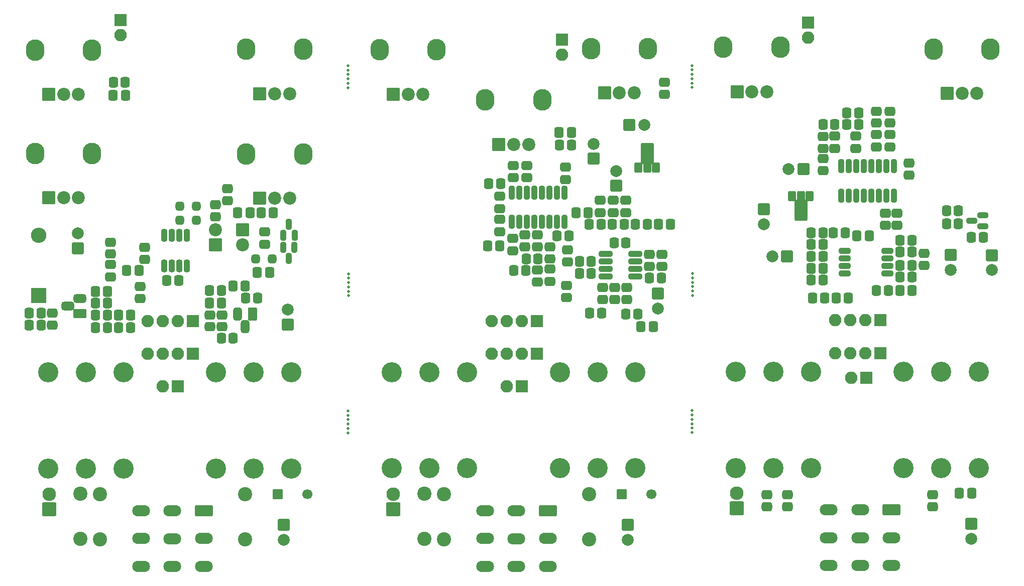
<source format=gbr>
%TF.GenerationSoftware,KiCad,Pcbnew,7.0.2-6a45011f42~172~ubuntu22.04.1*%
%TF.CreationDate,2023-05-30T10:36:55+01:00*%
%TF.ProjectId,panel-rbt-lac-gb-smd-1,70616e65-6c2d-4726-9274-2d6c61632d67,rev?*%
%TF.SameCoordinates,Original*%
%TF.FileFunction,Soldermask,Top*%
%TF.FilePolarity,Negative*%
%FSLAX46Y46*%
G04 Gerber Fmt 4.6, Leading zero omitted, Abs format (unit mm)*
G04 Created by KiCad (PCBNEW 7.0.2-6a45011f42~172~ubuntu22.04.1) date 2023-05-30 10:36:55*
%MOMM*%
%LPD*%
G01*
G04 APERTURE LIST*
G04 Aperture macros list*
%AMRoundRect*
0 Rectangle with rounded corners*
0 $1 Rounding radius*
0 $2 $3 $4 $5 $6 $7 $8 $9 X,Y pos of 4 corners*
0 Add a 4 corners polygon primitive as box body*
4,1,4,$2,$3,$4,$5,$6,$7,$8,$9,$2,$3,0*
0 Add four circle primitives for the rounded corners*
1,1,$1+$1,$2,$3*
1,1,$1+$1,$4,$5*
1,1,$1+$1,$6,$7*
1,1,$1+$1,$8,$9*
0 Add four rect primitives between the rounded corners*
20,1,$1+$1,$2,$3,$4,$5,0*
20,1,$1+$1,$4,$5,$6,$7,0*
20,1,$1+$1,$6,$7,$8,$9,0*
20,1,$1+$1,$8,$9,$2,$3,0*%
%AMFreePoly0*
4,1,33,3.949277,1.046694,4.018866,0.991198,4.057486,0.911004,4.062500,0.866500,4.062500,-0.866500,4.042694,-0.953277,3.987198,-1.022866,3.907004,-1.061486,3.862500,-1.066500,0.737500,-1.066500,0.650723,-1.046694,0.581134,-0.991198,0.542514,-0.911004,0.537500,-0.866500,0.537500,-0.650000,-0.737500,-0.650000,-0.824277,-0.630194,-0.893866,-0.574698,-0.932486,-0.494504,-0.937500,-0.450000,
-0.937500,0.450000,-0.917694,0.536777,-0.862198,0.606366,-0.782004,0.644986,-0.737500,0.650000,0.537500,0.650000,0.537500,0.866500,0.557306,0.953277,0.612802,1.022866,0.692996,1.061486,0.737500,1.066500,3.862500,1.066500,3.949277,1.046694,3.949277,1.046694,$1*%
G04 Aperture macros list end*
%ADD10C,0.500000*%
%ADD11RoundRect,0.200000X1.300000X0.750000X-1.300000X0.750000X-1.300000X-0.750000X1.300000X-0.750000X0*%
%ADD12O,3.000000X1.900000*%
%ADD13C,3.400000*%
%ADD14RoundRect,0.200000X-0.850000X-0.850000X0.850000X-0.850000X0.850000X0.850000X-0.850000X0.850000X0*%
%ADD15O,2.100000X2.100000*%
%ADD16RoundRect,0.200000X-0.850000X0.850000X-0.850000X-0.850000X0.850000X-0.850000X0.850000X0.850000X0*%
%ADD17RoundRect,0.200000X-0.800000X0.800000X-0.800000X-0.800000X0.800000X-0.800000X0.800000X0.800000X0*%
%ADD18C,2.000000*%
%ADD19RoundRect,0.200000X1.000000X0.950000X-1.000000X0.950000X-1.000000X-0.950000X1.000000X-0.950000X0*%
%ADD20C,2.300000*%
%ADD21C,2.398980*%
%ADD22RoundRect,0.200000X-0.650000X-0.650000X0.650000X-0.650000X0.650000X0.650000X-0.650000X0.650000X0*%
%ADD23C,1.700000*%
%ADD24RoundRect,0.450000X-0.350000X-0.450000X0.350000X-0.450000X0.350000X0.450000X-0.350000X0.450000X0*%
%ADD25RoundRect,0.200000X0.900000X-0.900000X0.900000X0.900000X-0.900000X0.900000X-0.900000X-0.900000X0*%
%ADD26C,2.200000*%
%ADD27RoundRect,0.450000X0.350000X0.450000X-0.350000X0.450000X-0.350000X-0.450000X0.350000X-0.450000X0*%
%ADD28RoundRect,0.200000X-0.900000X0.900000X-0.900000X-0.900000X0.900000X-0.900000X0.900000X0.900000X0*%
%ADD29RoundRect,0.450000X-0.450000X0.350000X-0.450000X-0.350000X0.450000X-0.350000X0.450000X0.350000X0*%
%ADD30RoundRect,0.450000X-0.337500X-0.475000X0.337500X-0.475000X0.337500X0.475000X-0.337500X0.475000X0*%
%ADD31RoundRect,0.350000X-0.150000X0.725000X-0.150000X-0.725000X0.150000X-0.725000X0.150000X0.725000X0*%
%ADD32RoundRect,0.450000X-0.300000X-0.300000X0.300000X-0.300000X0.300000X0.300000X-0.300000X0.300000X0*%
%ADD33RoundRect,0.450000X0.337500X0.475000X-0.337500X0.475000X-0.337500X-0.475000X0.337500X-0.475000X0*%
%ADD34RoundRect,0.450000X0.300000X0.300000X-0.300000X0.300000X-0.300000X-0.300000X0.300000X-0.300000X0*%
%ADD35O,3.120000X3.640000*%
%ADD36RoundRect,0.200000X0.900000X0.900000X-0.900000X0.900000X-0.900000X-0.900000X0.900000X-0.900000X0*%
%ADD37RoundRect,0.200000X0.800000X-0.800000X0.800000X0.800000X-0.800000X0.800000X-0.800000X-0.800000X0*%
%ADD38RoundRect,0.450000X0.450000X-0.350000X0.450000X0.350000X-0.450000X0.350000X-0.450000X-0.350000X0*%
%ADD39RoundRect,0.200000X0.550000X0.900000X-0.550000X0.900000X-0.550000X-0.900000X0.550000X-0.900000X0*%
%ADD40RoundRect,0.475000X0.275000X0.625000X-0.275000X0.625000X-0.275000X-0.625000X0.275000X-0.625000X0*%
%ADD41RoundRect,0.450000X0.475000X-0.337500X0.475000X0.337500X-0.475000X0.337500X-0.475000X-0.337500X0*%
%ADD42RoundRect,0.200000X0.900000X-0.550000X0.900000X0.550000X-0.900000X0.550000X-0.900000X-0.550000X0*%
%ADD43RoundRect,0.475000X0.625000X-0.275000X0.625000X0.275000X-0.625000X0.275000X-0.625000X-0.275000X0*%
%ADD44RoundRect,0.350000X0.150000X-0.587500X0.150000X0.587500X-0.150000X0.587500X-0.150000X-0.587500X0*%
%ADD45RoundRect,0.350000X-0.150000X0.587500X-0.150000X-0.587500X0.150000X-0.587500X0.150000X0.587500X0*%
%ADD46RoundRect,0.200000X1.100000X-1.100000X1.100000X1.100000X-1.100000X1.100000X-1.100000X-1.100000X0*%
%ADD47O,2.600000X2.600000*%
%ADD48RoundRect,0.450000X-0.475000X0.337500X-0.475000X-0.337500X0.475000X-0.337500X0.475000X0.337500X0*%
%ADD49RoundRect,0.200000X-0.800000X-0.800000X0.800000X-0.800000X0.800000X0.800000X-0.800000X0.800000X0*%
%ADD50RoundRect,0.200000X0.450000X-0.650000X0.450000X0.650000X-0.450000X0.650000X-0.450000X-0.650000X0*%
%ADD51FreePoly0,90.000000*%
%ADD52RoundRect,0.350000X-0.825000X-0.150000X0.825000X-0.150000X0.825000X0.150000X-0.825000X0.150000X0*%
%ADD53RoundRect,0.350000X-0.150000X0.825000X-0.150000X-0.825000X0.150000X-0.825000X0.150000X0.825000X0*%
%ADD54RoundRect,0.200000X0.800000X0.800000X-0.800000X0.800000X-0.800000X-0.800000X0.800000X-0.800000X0*%
%ADD55RoundRect,0.350000X0.587500X0.150000X-0.587500X0.150000X-0.587500X-0.150000X0.587500X-0.150000X0*%
%ADD56RoundRect,0.350000X0.150000X-0.825000X0.150000X0.825000X-0.150000X0.825000X-0.150000X-0.825000X0*%
%ADD57RoundRect,0.200000X-0.450000X0.650000X-0.450000X-0.650000X0.450000X-0.650000X0.450000X0.650000X0*%
%ADD58FreePoly0,270.000000*%
%ADD59RoundRect,0.350000X0.650000X0.150000X-0.650000X0.150000X-0.650000X-0.150000X0.650000X-0.150000X0*%
G04 APERTURE END LIST*
D10*
%TO.C,REF\u002A\u002A*%
X172990000Y-109480000D03*
X172990000Y-110220000D03*
X172990000Y-110960000D03*
X172990000Y-111700000D03*
X172990000Y-112440000D03*
X172990000Y-113180000D03*
%TD*%
%TO.C,REF\u002A\u002A*%
X172935000Y-78090000D03*
X172935000Y-77350000D03*
X172935000Y-76610000D03*
X172935000Y-75870000D03*
X172935000Y-75130000D03*
X172935000Y-74390000D03*
%TD*%
%TO.C,REF\u002A\u002A*%
X172940000Y-132620000D03*
X172940000Y-133360000D03*
X172940000Y-134100000D03*
X172940000Y-134840000D03*
X172940000Y-135580000D03*
X172940000Y-136320000D03*
%TD*%
%TO.C,REF\u002A\u002A*%
X114950000Y-74400000D03*
X114950000Y-75140000D03*
X114950000Y-75880000D03*
X114950000Y-76620000D03*
X114950000Y-77360000D03*
X114950000Y-78100000D03*
%TD*%
%TO.C,REF\u002A\u002A*%
X114950000Y-132650000D03*
X114950000Y-133390000D03*
X114950000Y-134130000D03*
X114950000Y-134870000D03*
X114950000Y-135610000D03*
X114950000Y-136350000D03*
%TD*%
%TO.C,REF\u002A\u002A*%
X115000000Y-112470000D03*
X115000000Y-109510000D03*
X115000000Y-111730000D03*
X115000000Y-110990000D03*
X115000000Y-113210000D03*
X115000000Y-110250000D03*
%TD*%
D11*
%TO.C,SW1*%
X90590000Y-149505000D03*
D12*
X85290000Y-149505000D03*
X79990000Y-149505000D03*
X90590000Y-154205000D03*
X85290000Y-154230000D03*
X79990000Y-154205000D03*
X90590000Y-158905000D03*
X85290000Y-158905000D03*
X79990000Y-158905000D03*
%TD*%
D13*
%TO.C,J3*%
X70700000Y-142410000D03*
X70700000Y-126180000D03*
X64350000Y-142410000D03*
X64350000Y-126180000D03*
X77050000Y-142410000D03*
X77050000Y-126180000D03*
%TD*%
D14*
%TO.C,J1*%
X76550000Y-66680000D03*
D15*
X76550000Y-69220000D03*
%TD*%
D16*
%TO.C,JOVGI1*%
X88740000Y-123030000D03*
D15*
X86200000Y-123030000D03*
X83660000Y-123030000D03*
X81120000Y-123030000D03*
%TD*%
D16*
%TO.C,JOVGI2*%
X88740000Y-117480000D03*
D15*
X86200000Y-117480000D03*
X83660000Y-117480000D03*
X81120000Y-117480000D03*
%TD*%
D17*
%TO.C,C2*%
X104040000Y-151880000D03*
D18*
X104040000Y-154380000D03*
%TD*%
D19*
%TO.C,D1*%
X64540000Y-149220000D03*
D20*
X64540000Y-146680000D03*
%TD*%
D21*
%TO.C,R1*%
X97540000Y-146680000D03*
X97540000Y-154300000D03*
%TD*%
%TO.C,R2*%
X69800000Y-154280000D03*
X69800000Y-146660000D03*
%TD*%
%TO.C,R3*%
X73050000Y-146680000D03*
X73050000Y-154300000D03*
%TD*%
D22*
%TO.C,C1*%
X103090000Y-146680000D03*
D23*
X108090000Y-146680000D03*
%TD*%
D16*
%TO.C,J4*%
X86180000Y-128490000D03*
D15*
X83640000Y-128490000D03*
%TD*%
D13*
%TO.C,J2*%
X98965000Y-126180000D03*
X98965000Y-142410000D03*
X105315000Y-126180000D03*
X105315000Y-142410000D03*
X92615000Y-126180000D03*
X92615000Y-142410000D03*
%TD*%
D24*
%TO.C,R14*%
X84350000Y-110680000D03*
X86350000Y-110680000D03*
%TD*%
D25*
%TO.C,D6*%
X92550000Y-104655000D03*
D26*
X92550000Y-102115000D03*
%TD*%
D27*
%TO.C,R19*%
X74350000Y-118580000D03*
X72350000Y-118580000D03*
%TD*%
D28*
%TO.C,D3*%
X97150000Y-102105000D03*
D26*
X97150000Y-104645000D03*
%TD*%
D29*
%TO.C,R12*%
X79850000Y-111680000D03*
X79850000Y-113680000D03*
%TD*%
D30*
%TO.C,C8*%
X77612500Y-108980000D03*
X79687500Y-108980000D03*
%TD*%
D24*
%TO.C,R22*%
X76250000Y-118580000D03*
X78250000Y-118580000D03*
%TD*%
D31*
%TO.C,U1*%
X87755000Y-103005000D03*
X86485000Y-103005000D03*
X85215000Y-103005000D03*
X83945000Y-103005000D03*
X83945000Y-108155000D03*
X85215000Y-108155000D03*
X86485000Y-108155000D03*
X87755000Y-108155000D03*
%TD*%
D29*
%TO.C,R20*%
X65050000Y-116180000D03*
X65050000Y-118180000D03*
%TD*%
D32*
%TO.C,D5*%
X86550000Y-100480000D03*
X89350000Y-100480000D03*
%TD*%
D33*
%TO.C,C4*%
X97587500Y-111580000D03*
X95512500Y-111580000D03*
%TD*%
D34*
%TO.C,D4*%
X89350000Y-98080000D03*
X86550000Y-98080000D03*
%TD*%
D35*
%TO.C,LOW1*%
X97750000Y-89305000D03*
X107350000Y-89305000D03*
D36*
X100050000Y-96805000D03*
D26*
X102550000Y-96805000D03*
X105050000Y-96805000D03*
%TD*%
D35*
%TO.C,TONE1*%
X62150000Y-71780000D03*
X71750000Y-71780000D03*
D36*
X64450000Y-79280000D03*
D26*
X66950000Y-79280000D03*
X69450000Y-79280000D03*
%TD*%
D37*
%TO.C,C13*%
X69350000Y-105232651D03*
D18*
X69350000Y-102732651D03*
%TD*%
D33*
%TO.C,C6*%
X98387500Y-99180000D03*
X96312500Y-99180000D03*
%TD*%
D27*
%TO.C,R7*%
X99650000Y-113580000D03*
X97650000Y-113580000D03*
%TD*%
D30*
%TO.C,C3*%
X91512500Y-114480000D03*
X93587500Y-114480000D03*
%TD*%
D29*
%TO.C,R11*%
X80650000Y-105080000D03*
X80650000Y-107080000D03*
%TD*%
D35*
%TO.C,DRIVE1*%
X97750000Y-71615000D03*
X107350000Y-71615000D03*
D36*
X100050000Y-79115000D03*
D26*
X102550000Y-79115000D03*
X105050000Y-79115000D03*
%TD*%
D24*
%TO.C,R13*%
X75350000Y-77180000D03*
X77350000Y-77180000D03*
%TD*%
D33*
%TO.C,C12*%
X101687500Y-109280000D03*
X99612500Y-109280000D03*
%TD*%
D38*
%TO.C,R5*%
X93650000Y-118480000D03*
X93650000Y-116480000D03*
%TD*%
D33*
%TO.C,C9*%
X77387500Y-79380000D03*
X75312500Y-79380000D03*
%TD*%
D27*
%TO.C,R9*%
X93550000Y-112380000D03*
X91550000Y-112380000D03*
%TD*%
D39*
%TO.C,Q1*%
X98800000Y-116330000D03*
D40*
X97530000Y-118400000D03*
X96260000Y-116330000D03*
%TD*%
D24*
%TO.C,R6*%
X93550000Y-120380000D03*
X95550000Y-120380000D03*
%TD*%
%TO.C,R16*%
X61150000Y-116180000D03*
X63150000Y-116180000D03*
%TD*%
D37*
%TO.C,C10*%
X104750000Y-118080000D03*
D18*
X104750000Y-115580000D03*
%TD*%
D24*
%TO.C,R18*%
X72350000Y-114480000D03*
X74350000Y-114480000D03*
%TD*%
D41*
%TO.C,C11*%
X74850000Y-110017500D03*
X74850000Y-107942500D03*
%TD*%
D33*
%TO.C,C14*%
X74387500Y-112480000D03*
X72312500Y-112480000D03*
%TD*%
D30*
%TO.C,C5*%
X100250000Y-99180000D03*
X102325000Y-99180000D03*
%TD*%
D24*
%TO.C,R21*%
X72350000Y-116480000D03*
X74350000Y-116480000D03*
%TD*%
D42*
%TO.C,Q4*%
X69720000Y-116250000D03*
D43*
X67650000Y-114980000D03*
X69720000Y-113710000D03*
%TD*%
D44*
%TO.C,Q5*%
X104000000Y-103017500D03*
X105900000Y-103017500D03*
X104950000Y-101142500D03*
%TD*%
D38*
%TO.C,R8*%
X94550000Y-97180000D03*
X94550000Y-95180000D03*
%TD*%
D35*
%TO.C,VOL1*%
X62150000Y-89205000D03*
X71750000Y-89205000D03*
D36*
X64450000Y-96705000D03*
D26*
X66950000Y-96705000D03*
X69450000Y-96705000D03*
%TD*%
D29*
%TO.C,R10*%
X92550000Y-97880000D03*
X92550000Y-99880000D03*
%TD*%
D41*
%TO.C,C7*%
X100850000Y-104517500D03*
X100850000Y-102442500D03*
%TD*%
D30*
%TO.C,C15*%
X76212500Y-116480000D03*
X78287500Y-116480000D03*
%TD*%
D45*
%TO.C,Q2*%
X105850000Y-105080000D03*
X103950000Y-105080000D03*
X104900000Y-106955000D03*
%TD*%
D38*
%TO.C,R17*%
X74850000Y-106180000D03*
X74850000Y-104180000D03*
%TD*%
D34*
%TO.C,D2*%
X102150000Y-106980000D03*
X99350000Y-106980000D03*
%TD*%
D24*
%TO.C,R15*%
X61150000Y-118180000D03*
X63150000Y-118180000D03*
%TD*%
D38*
%TO.C,R4*%
X91650000Y-118480000D03*
X91650000Y-116480000D03*
%TD*%
D46*
%TO.C,D7*%
X62750000Y-113160000D03*
D47*
X62750000Y-103000000D03*
%TD*%
D11*
%TO.C,SW1*%
X148590000Y-149505000D03*
D12*
X143290000Y-149505000D03*
X137990000Y-149505000D03*
X148590000Y-154205000D03*
X143290000Y-154230000D03*
X137990000Y-154205000D03*
X148590000Y-158905000D03*
X143290000Y-158905000D03*
X137990000Y-158905000D03*
%TD*%
D13*
%TO.C,J3*%
X128635000Y-142345000D03*
X128635000Y-126115000D03*
X122285000Y-142345000D03*
X122285000Y-126115000D03*
X134985000Y-142345000D03*
X134985000Y-126115000D03*
%TD*%
D14*
%TO.C,J1*%
X150950000Y-70005000D03*
D15*
X150950000Y-72545000D03*
%TD*%
D16*
%TO.C,JOVGI1*%
X146740000Y-123030000D03*
D15*
X144200000Y-123030000D03*
X141660000Y-123030000D03*
X139120000Y-123030000D03*
%TD*%
D16*
%TO.C,JOVGI2*%
X146740000Y-117480000D03*
D15*
X144200000Y-117480000D03*
X141660000Y-117480000D03*
X139120000Y-117480000D03*
%TD*%
D17*
%TO.C,C2*%
X162040000Y-151880000D03*
D18*
X162040000Y-154380000D03*
%TD*%
D19*
%TO.C,D1*%
X122540000Y-149220000D03*
D20*
X122540000Y-146680000D03*
%TD*%
D21*
%TO.C,R1*%
X155540000Y-146680000D03*
X155540000Y-154300000D03*
%TD*%
%TO.C,R2*%
X127800000Y-154280000D03*
X127800000Y-146660000D03*
%TD*%
%TO.C,R3*%
X131050000Y-146680000D03*
X131050000Y-154300000D03*
%TD*%
D22*
%TO.C,C1*%
X161090000Y-146680000D03*
D23*
X166090000Y-146680000D03*
%TD*%
D16*
%TO.C,J4*%
X144180000Y-128490000D03*
D15*
X141640000Y-128490000D03*
%TD*%
D13*
%TO.C,J2*%
X156965000Y-126115000D03*
X156965000Y-142345000D03*
X163315000Y-126115000D03*
X163315000Y-142345000D03*
X150615000Y-126115000D03*
X150615000Y-142345000D03*
%TD*%
D48*
%TO.C,C15*%
X142750000Y-91242500D03*
X142750000Y-93317500D03*
%TD*%
D41*
%TO.C,C6*%
X167806000Y-108282500D03*
X167806000Y-106207500D03*
%TD*%
D35*
%TO.C,RV2*%
X138050000Y-80205000D03*
X147650000Y-80205000D03*
D36*
X140350000Y-87705000D03*
D26*
X142850000Y-87705000D03*
X145350000Y-87705000D03*
%TD*%
D38*
%TO.C,R7*%
X161906000Y-113845000D03*
X161906000Y-111845000D03*
%TD*%
D33*
%TO.C,C5*%
X169287500Y-101180000D03*
X167212500Y-101180000D03*
%TD*%
D48*
%TO.C,C20*%
X151771000Y-111472500D03*
X151771000Y-113547500D03*
%TD*%
D29*
%TO.C,R20*%
X157806000Y-111845000D03*
X157806000Y-113845000D03*
%TD*%
D27*
%TO.C,R15*%
X140650000Y-94280000D03*
X138650000Y-94280000D03*
%TD*%
D49*
%TO.C,C10*%
X162344888Y-84380000D03*
D18*
X164844888Y-84380000D03*
%TD*%
D33*
%TO.C,C25*%
X152587500Y-85680000D03*
X150512500Y-85680000D03*
%TD*%
D35*
%TO.C,RV1*%
X120250000Y-71705000D03*
X129850000Y-71705000D03*
D36*
X122550000Y-79205000D03*
D26*
X125050000Y-79205000D03*
X127550000Y-79205000D03*
%TD*%
D50*
%TO.C,U2*%
X163850000Y-91630000D03*
D51*
X165350000Y-91542500D03*
D50*
X166850000Y-91630000D03*
%TD*%
D27*
%TO.C,R6*%
X167706000Y-110245000D03*
X165706000Y-110245000D03*
%TD*%
D48*
%TO.C,C9*%
X151550000Y-91542500D03*
X151550000Y-93617500D03*
%TD*%
D27*
%TO.C,R13*%
X161750000Y-104280000D03*
X159750000Y-104280000D03*
%TD*%
D24*
%TO.C,R21*%
X144950000Y-106980000D03*
X146950000Y-106980000D03*
%TD*%
D41*
%TO.C,C24*%
X146850000Y-110917500D03*
X146850000Y-108842500D03*
%TD*%
D33*
%TO.C,C11*%
X155387500Y-99180000D03*
X153312500Y-99180000D03*
%TD*%
D24*
%TO.C,R24*%
X142850000Y-108980000D03*
X144850000Y-108980000D03*
%TD*%
D37*
%TO.C,C13*%
X160150000Y-94680000D03*
D18*
X160150000Y-92180000D03*
%TD*%
D48*
%TO.C,C7*%
X161750000Y-97142500D03*
X161750000Y-99217500D03*
%TD*%
%TO.C,C16*%
X151906000Y-105445000D03*
X151906000Y-107520000D03*
%TD*%
D38*
%TO.C,R8*%
X165706000Y-108245000D03*
X165706000Y-106245000D03*
%TD*%
D41*
%TO.C,C18*%
X140450000Y-98517500D03*
X140450000Y-96442500D03*
%TD*%
%TO.C,C22*%
X148950000Y-110817500D03*
X148950000Y-108742500D03*
%TD*%
D38*
%TO.C,R16*%
X159906000Y-113845000D03*
X159906000Y-111845000D03*
%TD*%
D48*
%TO.C,C19*%
X140450000Y-100342500D03*
X140450000Y-102417500D03*
%TD*%
D27*
%TO.C,R17*%
X155906000Y-109445000D03*
X153906000Y-109445000D03*
%TD*%
D48*
%TO.C,C14*%
X145050000Y-91242500D03*
X145050000Y-93317500D03*
%TD*%
D27*
%TO.C,R18*%
X152550000Y-87780000D03*
X150550000Y-87780000D03*
%TD*%
D38*
%TO.C,R22*%
X146850000Y-104980000D03*
X146850000Y-102980000D03*
%TD*%
D48*
%TO.C,C8*%
X157450000Y-97142500D03*
X157450000Y-99217500D03*
%TD*%
D30*
%TO.C,C4*%
X164312500Y-118480000D03*
X166387500Y-118480000D03*
%TD*%
D52*
%TO.C,U1*%
X158381000Y-106140000D03*
X158381000Y-107410000D03*
X158381000Y-108680000D03*
X158381000Y-109950000D03*
X163331000Y-109950000D03*
X163331000Y-108680000D03*
X163331000Y-107410000D03*
X163331000Y-106140000D03*
%TD*%
D17*
%TO.C,C3*%
X167150000Y-112874888D03*
D18*
X167150000Y-115374888D03*
%TD*%
D24*
%TO.C,R4*%
X155650000Y-116180000D03*
X157650000Y-116180000D03*
%TD*%
D41*
%TO.C,C17*%
X159650000Y-99217500D03*
X159650000Y-97142500D03*
%TD*%
D27*
%TO.C,R11*%
X157550000Y-101180000D03*
X155550000Y-101180000D03*
%TD*%
D29*
%TO.C,R19*%
X144750000Y-102980000D03*
X144750000Y-104980000D03*
%TD*%
D53*
%TO.C,U3*%
X151395000Y-95805000D03*
X150125000Y-95805000D03*
X148855000Y-95805000D03*
X147585000Y-95805000D03*
X146315000Y-95805000D03*
X145045000Y-95805000D03*
X143775000Y-95805000D03*
X142505000Y-95805000D03*
X142505000Y-100755000D03*
X143775000Y-100755000D03*
X145045000Y-100755000D03*
X146315000Y-100755000D03*
X147585000Y-100755000D03*
X148855000Y-100755000D03*
X150125000Y-100755000D03*
X151395000Y-100755000D03*
%TD*%
D37*
%TO.C,C12*%
X156350000Y-90080000D03*
D18*
X156350000Y-87580000D03*
%TD*%
D27*
%TO.C,R10*%
X161450000Y-101180000D03*
X159450000Y-101180000D03*
%TD*%
D38*
%TO.C,R23*%
X148950000Y-106980000D03*
X148950000Y-104980000D03*
%TD*%
D24*
%TO.C,R5*%
X161750000Y-116280000D03*
X163750000Y-116280000D03*
%TD*%
%TO.C,R14*%
X153906000Y-107445000D03*
X155906000Y-107445000D03*
%TD*%
D48*
%TO.C,C23*%
X142650000Y-103542500D03*
X142650000Y-105617500D03*
%TD*%
%TO.C,C26*%
X168250000Y-77205000D03*
X168250000Y-79280000D03*
%TD*%
D27*
%TO.C,R12*%
X152150000Y-103080000D03*
X150150000Y-103080000D03*
%TD*%
D30*
%TO.C,C21*%
X138412500Y-104780000D03*
X140487500Y-104780000D03*
%TD*%
D35*
%TO.C,RV3*%
X155850000Y-71505000D03*
X165450000Y-71505000D03*
D36*
X158150000Y-79005000D03*
D26*
X160650000Y-79005000D03*
X163150000Y-79005000D03*
%TD*%
D27*
%TO.C,R9*%
X165350000Y-101180000D03*
X163350000Y-101180000D03*
%TD*%
D11*
%TO.C,SW1*%
X206530000Y-149365000D03*
D12*
X201230000Y-149365000D03*
X195930000Y-149365000D03*
X206530000Y-154065000D03*
X201230000Y-154090000D03*
X195930000Y-154065000D03*
X206530000Y-158765000D03*
X201230000Y-158765000D03*
X195930000Y-158765000D03*
%TD*%
D16*
%TO.C,J3*%
X202280000Y-127090000D03*
D15*
X199740000Y-127090000D03*
%TD*%
D13*
%TO.C,J1*%
X214890000Y-126090000D03*
X214890000Y-142320000D03*
X221240000Y-126090000D03*
X221240000Y-142320000D03*
X208540000Y-126090000D03*
X208540000Y-142320000D03*
%TD*%
D16*
%TO.C,JOVGI1*%
X204680000Y-122890000D03*
D15*
X202140000Y-122890000D03*
X199600000Y-122890000D03*
X197060000Y-122890000D03*
%TD*%
D16*
%TO.C,JOVGI2*%
X204680000Y-117340000D03*
D15*
X202140000Y-117340000D03*
X199600000Y-117340000D03*
X197060000Y-117340000D03*
%TD*%
D17*
%TO.C,C19*%
X219980000Y-151740000D03*
D18*
X219980000Y-154240000D03*
%TD*%
D19*
%TO.C,D1*%
X180480000Y-149080000D03*
D20*
X180480000Y-146540000D03*
%TD*%
D29*
%TO.C,R25*%
X213490000Y-146840000D03*
X213490000Y-148840000D03*
%TD*%
D38*
%TO.C,R26*%
X185490000Y-148840000D03*
X185490000Y-146840000D03*
%TD*%
D29*
%TO.C,R27*%
X188980000Y-146840000D03*
X188980000Y-148840000D03*
%TD*%
D30*
%TO.C,C18*%
X217992500Y-146540000D03*
X220067500Y-146540000D03*
%TD*%
D13*
%TO.C,J4*%
X186640000Y-142320000D03*
X186640000Y-126090000D03*
X180290000Y-142320000D03*
X180290000Y-126090000D03*
X192990000Y-142320000D03*
X192990000Y-126090000D03*
%TD*%
D14*
%TO.C,J2*%
X192490000Y-67090000D03*
D15*
X192490000Y-69630000D03*
%TD*%
D27*
%TO.C,R1*%
X194990000Y-102590000D03*
X192990000Y-102590000D03*
%TD*%
D35*
%TO.C,RV2*%
X178190000Y-71315000D03*
X187790000Y-71315000D03*
D36*
X180490000Y-78815000D03*
D26*
X182990000Y-78815000D03*
X185490000Y-78815000D03*
%TD*%
D17*
%TO.C,C8*%
X216490000Y-106340000D03*
D18*
X216490000Y-108840000D03*
%TD*%
D54*
%TO.C,C3*%
X191672380Y-91840000D03*
D18*
X189172380Y-91840000D03*
%TD*%
D27*
%TO.C,R15*%
X209990000Y-110090000D03*
X207990000Y-110090000D03*
%TD*%
D29*
%TO.C,R14*%
X209490000Y-90840000D03*
X209490000Y-92840000D03*
%TD*%
D27*
%TO.C,R17*%
X205990000Y-112340000D03*
X203990000Y-112340000D03*
%TD*%
D33*
%TO.C,C16*%
X199277500Y-113590000D03*
X197202500Y-113590000D03*
%TD*%
D27*
%TO.C,R7*%
X221990000Y-103340000D03*
X219990000Y-103340000D03*
%TD*%
D35*
%TO.C,RV1*%
X213640000Y-71590000D03*
X223240000Y-71590000D03*
D36*
X215940000Y-79090000D03*
D26*
X218440000Y-79090000D03*
X220940000Y-79090000D03*
%TD*%
D17*
%TO.C,C5*%
X184990000Y-98657621D03*
D18*
X184990000Y-101157621D03*
%TD*%
D55*
%TO.C,Q2*%
X221927500Y-101540000D03*
X221927500Y-99640000D03*
X220052500Y-100590000D03*
%TD*%
D17*
%TO.C,C6*%
X223490000Y-106407621D03*
D18*
X223490000Y-108907621D03*
%TD*%
D56*
%TO.C,U3*%
X198045000Y-96315000D03*
X199315000Y-96315000D03*
X200585000Y-96315000D03*
X201855000Y-96315000D03*
X203125000Y-96315000D03*
X204395000Y-96315000D03*
X205665000Y-96315000D03*
X206935000Y-96315000D03*
X206935000Y-91365000D03*
X205665000Y-91365000D03*
X204395000Y-91365000D03*
X203125000Y-91365000D03*
X201855000Y-91365000D03*
X200585000Y-91365000D03*
X199315000Y-91365000D03*
X198045000Y-91365000D03*
%TD*%
D27*
%TO.C,R11*%
X209990000Y-108090000D03*
X207990000Y-108090000D03*
%TD*%
%TO.C,R22*%
X200990000Y-82340000D03*
X198990000Y-82340000D03*
%TD*%
D38*
%TO.C,R9*%
X211990000Y-108090000D03*
X211990000Y-106090000D03*
%TD*%
D27*
%TO.C,R19*%
X196990000Y-84340000D03*
X194990000Y-84340000D03*
%TD*%
D38*
%TO.C,R18*%
X194990000Y-88340000D03*
X194990000Y-86340000D03*
%TD*%
D27*
%TO.C,R2*%
X198740000Y-102590000D03*
X196740000Y-102590000D03*
%TD*%
%TO.C,R5*%
X194990000Y-110590000D03*
X192990000Y-110590000D03*
%TD*%
%TO.C,R13*%
X209990000Y-105840000D03*
X207990000Y-105840000D03*
%TD*%
D41*
%TO.C,C9*%
X205490000Y-101377500D03*
X205490000Y-99302500D03*
%TD*%
D30*
%TO.C,C2*%
X192952500Y-108590000D03*
X195027500Y-108590000D03*
%TD*%
%TO.C,C17*%
X193202500Y-113590000D03*
X195277500Y-113590000D03*
%TD*%
D27*
%TO.C,R4*%
X194990000Y-104590000D03*
X192990000Y-104590000D03*
%TD*%
D29*
%TO.C,R20*%
X203990000Y-82090000D03*
X203990000Y-84090000D03*
%TD*%
D30*
%TO.C,C11*%
X200702500Y-103090000D03*
X202777500Y-103090000D03*
%TD*%
%TO.C,C7*%
X207952500Y-112340000D03*
X210027500Y-112340000D03*
%TD*%
D27*
%TO.C,R8*%
X209990000Y-103840000D03*
X207990000Y-103840000D03*
%TD*%
%TO.C,R3*%
X194990000Y-106590000D03*
X192990000Y-106590000D03*
%TD*%
D48*
%TO.C,C13*%
X203990000Y-86052500D03*
X203990000Y-88127500D03*
%TD*%
D27*
%TO.C,R10*%
X217800000Y-98840000D03*
X215800000Y-98840000D03*
%TD*%
D57*
%TO.C,U4*%
X192740000Y-96390000D03*
D58*
X191240000Y-96477500D03*
D57*
X189740000Y-96390000D03*
%TD*%
D41*
%TO.C,C10*%
X207490000Y-101377500D03*
X207490000Y-99302500D03*
%TD*%
D59*
%TO.C,U1*%
X205840000Y-109495000D03*
X205840000Y-108225000D03*
X205840000Y-106955000D03*
X205840000Y-105685000D03*
X198640000Y-105685000D03*
X198640000Y-106955000D03*
X198640000Y-108225000D03*
X198640000Y-109495000D03*
%TD*%
D24*
%TO.C,R12*%
X215800000Y-101090000D03*
X217800000Y-101090000D03*
%TD*%
D41*
%TO.C,C12*%
X200490000Y-88377500D03*
X200490000Y-86302500D03*
%TD*%
%TO.C,C14*%
X206240000Y-88127500D03*
X206240000Y-86052500D03*
%TD*%
D24*
%TO.C,R21*%
X198990000Y-84340000D03*
X200990000Y-84340000D03*
%TD*%
D54*
%TO.C,C4*%
X188922380Y-106590000D03*
D18*
X186422380Y-106590000D03*
%TD*%
D41*
%TO.C,C15*%
X196990000Y-88377500D03*
X196990000Y-86302500D03*
%TD*%
D29*
%TO.C,R23*%
X206240000Y-82090000D03*
X206240000Y-84090000D03*
%TD*%
D38*
%TO.C,R16*%
X194990000Y-92090000D03*
X194990000Y-90090000D03*
%TD*%
M02*

</source>
